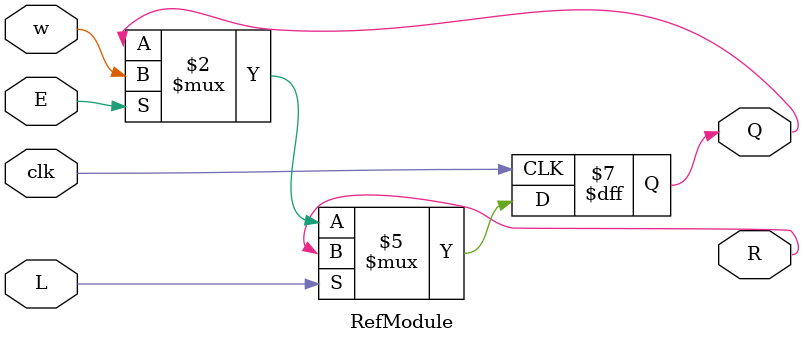
<source format=sv>

module RefModule (
  input clk,
  input w,
  output R,
  input E,
  input L,
  output reg Q
);

  always @(posedge clk)
    if (L)
      Q <= R;
    else if (E)
      Q <= w;

endmodule


</source>
